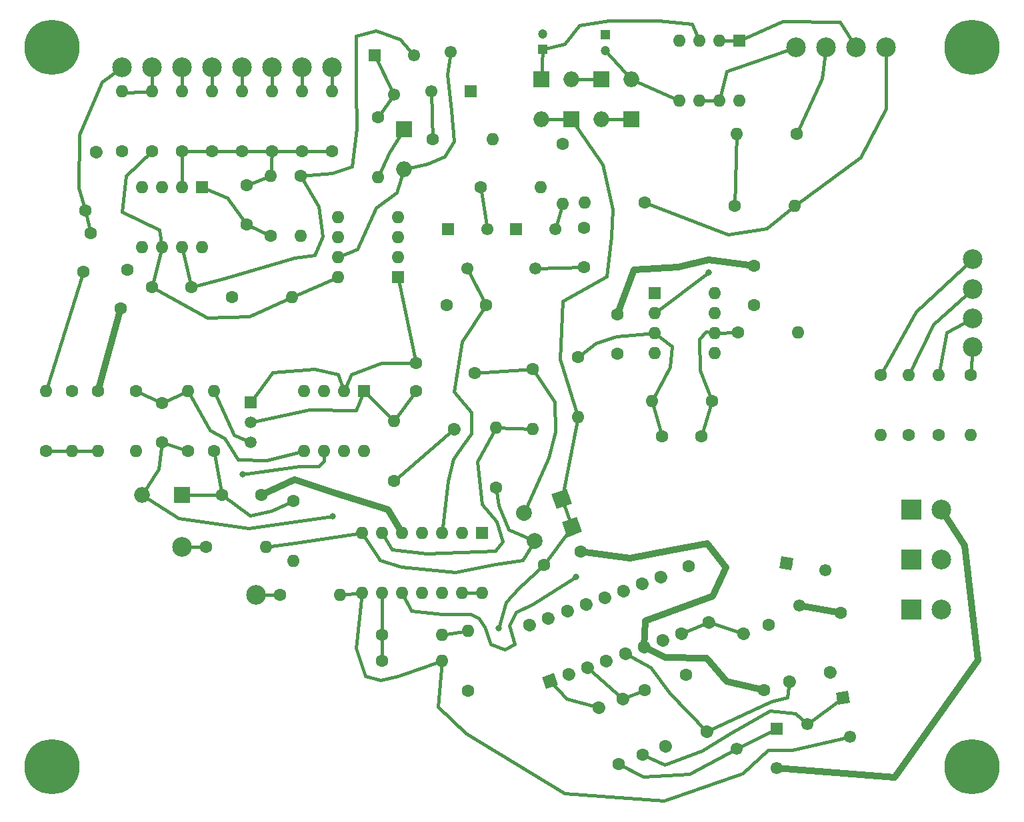
<source format=gbr>
G04 #@! TF.GenerationSoftware,KiCad,Pcbnew,(5.1.2-1)-1*
G04 #@! TF.CreationDate,2021-05-08T13:26:23-04:00*
G04 #@! TF.ProjectId,VCO - MFOS,56434f20-2d20-44d4-964f-532e6b696361,rev?*
G04 #@! TF.SameCoordinates,Original*
G04 #@! TF.FileFunction,Copper,L2,Bot*
G04 #@! TF.FilePolarity,Positive*
%FSLAX46Y46*%
G04 Gerber Fmt 4.6, Leading zero omitted, Abs format (unit mm)*
G04 Created by KiCad (PCBNEW (5.1.2-1)-1) date 2021-05-08 13:26:23*
%MOMM*%
%LPD*%
G04 APERTURE LIST*
%ADD10O,1.600000X1.600000*%
%ADD11R,1.600000X1.600000*%
%ADD12C,1.550000*%
%ADD13C,0.100000*%
%ADD14R,1.550000X1.550000*%
%ADD15C,7.000000*%
%ADD16R,1.200000X1.200000*%
%ADD17C,1.200000*%
%ADD18C,2.499360*%
%ADD19R,2.499360X2.499360*%
%ADD20C,1.600000*%
%ADD21C,1.600000*%
%ADD22R,2.000000X2.000000*%
%ADD23O,2.000000X2.000000*%
%ADD24C,1.500000*%
%ADD25R,1.500000X1.500000*%
%ADD26C,2.000000*%
%ADD27C,2.000000*%
%ADD28C,0.800000*%
%ADD29C,0.406400*%
%ADD30C,0.812800*%
G04 APERTURE END LIST*
D10*
X57404000Y-69088000D03*
X49784000Y-61468000D03*
X54864000Y-69088000D03*
X52324000Y-61468000D03*
X52324000Y-69088000D03*
X54864000Y-61468000D03*
X49784000Y-69088000D03*
D11*
X57404000Y-61468000D03*
D12*
X113747082Y-103787260D03*
X118237000Y-100457000D03*
D13*
G36*
X117339197Y-99828351D02*
G01*
X118865649Y-99559197D01*
X119134803Y-101085649D01*
X117608351Y-101354803D01*
X117339197Y-99828351D01*
X117339197Y-99828351D01*
G37*
D12*
X119105241Y-105381039D03*
X104778800Y-106894000D03*
D14*
X109778800Y-104394000D03*
D12*
X109778800Y-109394000D03*
D15*
X134620000Y-17780000D03*
D16*
X80137000Y-18034000D03*
D17*
X80137000Y-16034000D03*
X88074500Y-18129000D03*
D16*
X88074500Y-16129000D03*
D18*
X41910000Y-20320000D03*
X45720000Y-20320000D03*
X53340000Y-20320000D03*
X30480000Y-20320000D03*
X26670000Y-20320000D03*
X34290000Y-81280000D03*
X43688000Y-87376000D03*
X123698000Y-17716500D03*
X34290000Y-20320000D03*
X134683500Y-55880000D03*
X134683500Y-44704000D03*
X134683500Y-48514000D03*
X134683500Y-52197000D03*
X119888000Y-17716500D03*
X112268000Y-17716500D03*
X116078000Y-17716500D03*
D19*
X126936500Y-82867500D03*
D18*
X130746500Y-82867500D03*
X130746500Y-76517500D03*
D19*
X126936500Y-76517500D03*
X126936500Y-89217500D03*
D18*
X130746500Y-89217500D03*
D20*
X123063000Y-59436000D03*
D10*
X123063000Y-67056000D03*
X134493000Y-67056000D03*
D20*
X134493000Y-59436000D03*
X126555500Y-67056000D03*
D10*
X126555500Y-59436000D03*
X130365500Y-59436000D03*
D20*
X130365500Y-67056000D03*
X48450500Y-75438000D03*
D10*
X48450500Y-83058000D03*
D20*
X116583601Y-97166235D03*
D21*
X116583601Y-97166235D02*
X116583601Y-97166235D01*
D20*
X117906800Y-89662000D03*
X95697193Y-106601458D03*
D21*
X95697193Y-106601458D02*
X95697193Y-106601458D01*
D20*
X93091000Y-99441000D03*
D10*
X44958000Y-81280000D03*
D20*
X37338000Y-81280000D03*
X92837000Y-107696000D03*
X90230807Y-100535542D03*
D21*
X90230807Y-100535542D02*
X90230807Y-100535542D01*
D20*
X59690000Y-92456000D03*
D10*
X67310000Y-92456000D03*
D20*
X89789000Y-108839000D03*
X87182807Y-101678542D03*
D21*
X87182807Y-101678542D02*
X87182807Y-101678542D01*
D20*
X46736000Y-87376000D03*
D10*
X54356000Y-87376000D03*
D20*
X98298000Y-97536000D03*
X100904193Y-104696458D03*
D21*
X100904193Y-104696458D02*
X100904193Y-104696458D01*
D20*
X98615500Y-83693000D03*
X101221693Y-90853458D03*
D21*
X101221693Y-90853458D02*
X101221693Y-90853458D01*
D10*
X84582000Y-64770000D03*
D20*
X84582000Y-57150000D03*
X104457500Y-37909500D03*
D10*
X112077500Y-37909500D03*
D20*
X101637359Y-62707520D03*
D10*
X94017359Y-62707520D03*
D20*
X112331500Y-28765500D03*
D10*
X104711500Y-28765500D03*
D20*
X104902000Y-53975000D03*
D10*
X112522000Y-53975000D03*
D20*
X44370000Y-74676000D03*
X39370000Y-74676000D03*
D11*
X105092500Y-16891000D03*
D10*
X97472500Y-24511000D03*
X102552500Y-16891000D03*
X100012500Y-24511000D03*
X100012500Y-16891000D03*
X102552500Y-24511000D03*
X97472500Y-16891000D03*
X105092500Y-24511000D03*
D20*
X95287360Y-67152522D03*
X100287360Y-67152522D03*
D22*
X34290000Y-74676000D03*
D23*
X29210000Y-74676000D03*
D22*
X83756501Y-26924000D03*
D23*
X83756501Y-21844000D03*
X79946500Y-26924000D03*
D22*
X79946500Y-21844000D03*
D23*
X87566502Y-26924001D03*
D22*
X87566502Y-21844001D03*
X91376500Y-26924000D03*
D23*
X91376500Y-21844000D03*
D20*
X89598500Y-56705500D03*
X89598500Y-51705500D03*
D24*
X43027600Y-65455800D03*
X43027600Y-67995800D03*
D25*
X43027600Y-62915800D03*
D20*
X27385841Y-46002961D03*
X26517600Y-50927000D03*
D12*
X112667978Y-88695559D03*
X111074200Y-83337400D03*
D13*
G36*
X110176397Y-83966049D02*
G01*
X110445551Y-82439597D01*
X111972003Y-82708751D01*
X111702849Y-84235203D01*
X110176397Y-83966049D01*
X110176397Y-83966049D01*
G37*
D12*
X115998239Y-84205641D03*
X79208000Y-45894000D03*
D14*
X76708000Y-40894000D03*
D12*
X81708000Y-40894000D03*
X70572000Y-45894000D03*
D14*
X68072000Y-40894000D03*
D12*
X73072000Y-40894000D03*
X61237500Y-23732500D03*
D14*
X58737500Y-18732500D03*
D12*
X63737500Y-18732500D03*
X68429500Y-18304500D03*
D14*
X70929500Y-23304500D03*
D12*
X65929500Y-23304500D03*
D20*
X30480000Y-30988000D03*
D10*
X30480000Y-23368000D03*
D15*
X134620000Y-109220000D03*
X17780000Y-109220000D03*
X17780000Y-17780000D03*
D18*
X49530000Y-20320000D03*
X38100000Y-20320000D03*
D10*
X54102000Y-46990000D03*
X61722000Y-39370000D03*
X54102000Y-44450000D03*
X61722000Y-41910000D03*
X54102000Y-41910000D03*
X61722000Y-44450000D03*
X54102000Y-39370000D03*
D11*
X61722000Y-46990000D03*
D20*
X38100000Y-30988000D03*
D10*
X38100000Y-23368000D03*
X34290000Y-23368000D03*
D20*
X34290000Y-30988000D03*
X41910000Y-30988000D03*
D10*
X41910000Y-23368000D03*
X45720000Y-23368000D03*
D20*
X45720000Y-30988000D03*
X49530000Y-30988000D03*
D10*
X49530000Y-23368000D03*
X53340000Y-23368000D03*
D20*
X53340000Y-30988000D03*
X45516800Y-41706800D03*
D10*
X45516800Y-34086800D03*
X73723500Y-29400500D03*
D20*
X66103500Y-29400500D03*
D10*
X26670000Y-23368000D03*
D20*
X26670000Y-30988000D03*
D10*
X59182000Y-34290000D03*
D20*
X59182000Y-26670000D03*
D10*
X49326800Y-41706800D03*
D20*
X49326800Y-34086800D03*
D10*
X48260000Y-49530000D03*
D20*
X40640000Y-49530000D03*
D10*
X38354000Y-61468000D03*
D20*
X38354000Y-69088000D03*
X22047200Y-38531800D03*
X23370399Y-31027565D03*
D21*
X23370399Y-31027565D02*
X23370399Y-31027565D01*
D10*
X28448000Y-69088000D03*
D20*
X28448000Y-61468000D03*
X17018000Y-69088000D03*
D10*
X17018000Y-61468000D03*
X23622000Y-69088000D03*
D20*
X23622000Y-61468000D03*
X20320000Y-61468000D03*
D10*
X20320000Y-69088000D03*
X35052000Y-61468000D03*
D20*
X35052000Y-69088000D03*
X61214000Y-72898000D03*
D10*
X61214000Y-65278000D03*
D20*
X72199500Y-35496500D03*
D10*
X79819500Y-35496500D03*
D20*
X68831307Y-66278958D03*
D21*
X68831307Y-66278958D02*
X68831307Y-66278958D01*
D20*
X71437500Y-59118500D03*
D10*
X78867000Y-66294000D03*
D20*
X78867000Y-58674000D03*
X74168000Y-73723500D03*
D10*
X74168000Y-66103500D03*
D20*
X82677000Y-30035500D03*
D10*
X82677000Y-37655500D03*
X70612000Y-91948000D03*
D20*
X70612000Y-99568000D03*
D10*
X67310000Y-95758000D03*
D20*
X59690000Y-95758000D03*
X108839000Y-91186000D03*
X111445193Y-98346458D03*
D21*
X111445193Y-98346458D02*
X111445193Y-98346458D01*
D20*
X105597807Y-92280542D03*
D21*
X105597807Y-92280542D02*
X105597807Y-92280542D01*
D20*
X108204000Y-99441000D03*
D10*
X85471000Y-37465000D03*
D20*
X93091000Y-37465000D03*
D11*
X36830000Y-35560000D03*
D10*
X29210000Y-43180000D03*
X34290000Y-35560000D03*
X31750000Y-43180000D03*
X31750000Y-35560000D03*
X34290000Y-43180000D03*
X29210000Y-35560000D03*
X36830000Y-43180000D03*
D11*
X72390000Y-79502000D03*
D10*
X57150000Y-87122000D03*
X69850000Y-79502000D03*
X59690000Y-87122000D03*
X67310000Y-79502000D03*
X62230000Y-87122000D03*
X64770000Y-79502000D03*
X64770000Y-87122000D03*
X62230000Y-79502000D03*
X67310000Y-87122000D03*
X59690000Y-79502000D03*
X69850000Y-87122000D03*
X57150000Y-79502000D03*
X72390000Y-87122000D03*
D20*
X81026000Y-98298000D03*
D13*
G36*
X82051370Y-98776138D02*
G01*
X80547862Y-99323370D01*
X80000630Y-97819862D01*
X81504138Y-97272630D01*
X82051370Y-98776138D01*
X82051370Y-98776138D01*
G37*
D20*
X95127541Y-85056424D03*
D21*
X95127541Y-85056424D02*
X95127541Y-85056424D01*
D20*
X83412819Y-97429269D03*
D21*
X83412819Y-97429269D02*
X83412819Y-97429269D01*
D20*
X92740722Y-85925155D03*
D21*
X92740722Y-85925155D02*
X92740722Y-85925155D01*
D20*
X85799639Y-96560538D03*
D21*
X85799639Y-96560538D02*
X85799639Y-96560538D01*
D20*
X90353903Y-86793886D03*
D21*
X90353903Y-86793886D02*
X90353903Y-86793886D01*
D20*
X88186458Y-95691807D03*
D21*
X88186458Y-95691807D02*
X88186458Y-95691807D01*
D20*
X87967084Y-87662618D03*
D21*
X87967084Y-87662618D02*
X87967084Y-87662618D01*
D20*
X90573277Y-94823075D03*
D21*
X90573277Y-94823075D02*
X90573277Y-94823075D01*
D20*
X85580264Y-88531349D03*
D21*
X85580264Y-88531349D02*
X85580264Y-88531349D01*
D20*
X92960096Y-93954344D03*
D21*
X92960096Y-93954344D02*
X92960096Y-93954344D01*
D20*
X83193445Y-89400080D03*
D21*
X83193445Y-89400080D02*
X83193445Y-89400080D01*
D20*
X95346916Y-93085613D03*
D21*
X95346916Y-93085613D02*
X95346916Y-93085613D01*
D20*
X80806626Y-90268811D03*
D21*
X80806626Y-90268811D02*
X80806626Y-90268811D01*
D20*
X97733735Y-92216882D03*
D21*
X97733735Y-92216882D02*
X97733735Y-92216882D01*
D20*
X78419807Y-91137542D03*
D21*
X78419807Y-91137542D02*
X78419807Y-91137542D01*
D11*
X94361000Y-48958500D03*
D10*
X101981000Y-56578500D03*
X94361000Y-51498500D03*
X101981000Y-54038500D03*
X94361000Y-54038500D03*
X101981000Y-51498500D03*
X94361000Y-56578500D03*
X101981000Y-48958500D03*
D20*
X42468800Y-40306000D03*
X42468800Y-35306000D03*
X30480000Y-48260000D03*
X35480000Y-48260000D03*
X64008000Y-57912000D03*
X64008000Y-61412000D03*
X22656800Y-41351200D03*
X21788559Y-46275239D03*
X31750000Y-67992000D03*
X31750000Y-62992000D03*
X80264000Y-83566000D03*
X84962463Y-81855899D03*
D23*
X62484000Y-33274000D03*
D22*
X62484000Y-28194000D03*
D26*
X82519734Y-75161752D03*
D13*
G36*
X83117406Y-73880039D02*
G01*
X83801447Y-75759424D01*
X81922062Y-76443465D01*
X81238021Y-74564080D01*
X83117406Y-73880039D01*
X83117406Y-73880039D01*
G37*
D26*
X77746095Y-76899214D03*
D27*
X77746095Y-76899214D02*
X77746095Y-76899214D01*
D26*
X79049192Y-80479443D03*
D27*
X79049192Y-80479443D02*
X79049192Y-80479443D01*
D26*
X83822831Y-78741981D03*
D13*
G36*
X84420503Y-77460268D02*
G01*
X85104544Y-79339653D01*
X83225159Y-80023694D01*
X82541118Y-78144309D01*
X84420503Y-77460268D01*
X84420503Y-77460268D01*
G37*
D20*
X72898000Y-50546000D03*
X67898000Y-50546000D03*
X85344000Y-45720000D03*
X85344000Y-40720000D03*
X106934000Y-45482500D03*
X106934000Y-50482500D03*
D28*
X53390800Y-77393800D03*
X84353400Y-85064600D03*
X74498200Y-91567000D03*
X41960800Y-71983600D03*
X101193600Y-46329600D03*
D29*
X42468800Y-40306000D02*
X45516800Y-41706800D01*
X42468800Y-40306000D02*
X40055800Y-36906200D01*
X40055800Y-36906200D02*
X36830000Y-35560000D01*
X41910000Y-30988000D02*
X45720000Y-30988000D01*
X45720000Y-30988000D02*
X49530000Y-30988000D01*
X53340000Y-30988000D02*
X49530000Y-30988000D01*
X34290000Y-30988000D02*
X38100000Y-30988000D01*
X41910000Y-30988000D02*
X38100000Y-30988000D01*
X34290000Y-30988000D02*
X34290000Y-35560000D01*
X42468800Y-35306000D02*
X45516800Y-34086800D01*
X45720000Y-30988000D02*
X45516800Y-34086800D01*
X31750000Y-43180000D02*
X30480000Y-48260000D01*
X30480000Y-30988000D02*
X27203400Y-34086800D01*
X27203400Y-34086800D02*
X26670000Y-38633400D01*
X26670000Y-38633400D02*
X31445200Y-40944800D01*
X31445200Y-40944800D02*
X31750000Y-43180000D01*
X48260000Y-49530000D02*
X42824400Y-51993800D01*
X42824400Y-51993800D02*
X37515800Y-52120800D01*
X37515800Y-52120800D02*
X30480000Y-48260000D01*
X48260000Y-49530000D02*
X54102000Y-46990000D01*
X35480000Y-48260000D02*
X34290000Y-43180000D01*
X35480000Y-48260000D02*
X39598600Y-47167800D01*
X39598600Y-47167800D02*
X48564800Y-44526200D01*
X48564800Y-44526200D02*
X51155600Y-44145200D01*
X51155600Y-44145200D02*
X52171600Y-41808400D01*
X52171600Y-41808400D02*
X51689000Y-37973000D01*
X51689000Y-37973000D02*
X49326800Y-34086800D01*
X63737500Y-18732500D02*
X62001400Y-16738600D01*
X62001400Y-16738600D02*
X58902600Y-15621000D01*
X58902600Y-15621000D02*
X56388000Y-16306800D01*
X56388000Y-16306800D02*
X56388000Y-22910800D01*
X56388000Y-22910800D02*
X56489600Y-28067000D01*
X56489600Y-28067000D02*
X55880000Y-32867600D01*
X55880000Y-32867600D02*
X53340000Y-33782000D01*
X53340000Y-33782000D02*
X49326800Y-34086800D01*
X61214000Y-65278000D02*
X57404000Y-61468000D01*
X61214000Y-65278000D02*
X64008000Y-61412000D01*
X43027600Y-65455800D02*
X50444400Y-63804800D01*
X50444400Y-63804800D02*
X56362600Y-63881000D01*
X56362600Y-63881000D02*
X57404000Y-61468000D01*
X64008000Y-57912000D02*
X61722000Y-46990000D01*
X64008000Y-57912000D02*
X59588400Y-57912000D01*
X59588400Y-57912000D02*
X55829200Y-59334400D01*
X55829200Y-59334400D02*
X54864000Y-61468000D01*
X54864000Y-61468000D02*
X54102000Y-59334400D01*
X54102000Y-59334400D02*
X51155600Y-58648600D01*
X51155600Y-58648600D02*
X45796200Y-59055000D01*
X45796200Y-59055000D02*
X43027600Y-62915800D01*
X26670000Y-20320000D02*
X24155400Y-22148800D01*
X24155400Y-22148800D02*
X21285200Y-28803600D01*
X21285200Y-28803600D02*
X21132800Y-35610800D01*
X22047200Y-38531800D02*
X21132800Y-35610800D01*
X22047200Y-38531800D02*
X22656800Y-41351200D01*
X17018000Y-61468000D02*
X21788559Y-46275239D01*
X39370000Y-74676000D02*
X38354000Y-69088000D01*
X39370000Y-74676000D02*
X34290000Y-74676000D01*
X48450500Y-75438000D02*
X45643800Y-76682600D01*
X45643800Y-76682600D02*
X42926000Y-77266800D01*
X42926000Y-77266800D02*
X39370000Y-74676000D01*
D30*
X106934000Y-45482500D02*
X101168200Y-44780200D01*
X101168200Y-44780200D02*
X97256600Y-45694600D01*
X97256600Y-45694600D02*
X91668600Y-46024800D01*
X91668600Y-46024800D02*
X89598500Y-51705500D01*
X62230000Y-79502000D02*
X60426600Y-76479400D01*
X60426600Y-76479400D02*
X53670200Y-74396600D01*
X53670200Y-74396600D02*
X48615600Y-72669400D01*
X48615600Y-72669400D02*
X44370000Y-74676000D01*
D29*
X28448000Y-61468000D02*
X31750000Y-62992000D01*
X31750000Y-62992000D02*
X35052000Y-61468000D01*
X49784000Y-69088000D02*
X45085000Y-70205600D01*
X45085000Y-70205600D02*
X41376600Y-70129400D01*
X41376600Y-70129400D02*
X39751000Y-67411600D01*
X39751000Y-67411600D02*
X37871400Y-66446400D01*
X37871400Y-66446400D02*
X35052000Y-61468000D01*
X35052000Y-69088000D02*
X31750000Y-67992000D01*
X29210000Y-74676000D02*
X31369000Y-71374000D01*
X31369000Y-71374000D02*
X31750000Y-67992000D01*
X53390800Y-77393800D02*
X42799000Y-78867000D01*
X42799000Y-78867000D02*
X33883600Y-77647800D01*
X33883600Y-77647800D02*
X29210000Y-74676000D01*
D30*
X23622000Y-61468000D02*
X26517600Y-50927000D01*
X109778800Y-109394000D02*
X124841000Y-110566200D01*
X124841000Y-110566200D02*
X135407400Y-95656400D01*
X135407400Y-95656400D02*
X133731000Y-81076800D01*
X133731000Y-81076800D02*
X130746500Y-76517500D01*
X108204000Y-99441000D02*
X103428800Y-98374200D01*
X103428800Y-98374200D02*
X100888800Y-95427800D01*
X100888800Y-95427800D02*
X95681800Y-95300800D01*
X95681800Y-95300800D02*
X92960096Y-93954344D01*
X84962463Y-81855899D02*
X91186000Y-82651600D01*
X91186000Y-82651600D02*
X96469200Y-81661000D01*
X96469200Y-81661000D02*
X101015800Y-80848200D01*
X101015800Y-80848200D02*
X103378000Y-83870800D01*
X103378000Y-83870800D02*
X101650800Y-87477600D01*
X101650800Y-87477600D02*
X93167200Y-90627200D01*
X93167200Y-90627200D02*
X92960096Y-93954344D01*
D29*
X70572000Y-45894000D02*
X72898000Y-50546000D01*
X72898000Y-50546000D02*
X69875400Y-55168800D01*
X69875400Y-55168800D02*
X68859400Y-61518800D01*
X68859400Y-61518800D02*
X71069200Y-64109600D01*
X71069200Y-64109600D02*
X71043800Y-66852800D01*
X71043800Y-66852800D02*
X70104000Y-68122800D01*
X70104000Y-68122800D02*
X68732400Y-70053200D01*
X68732400Y-70053200D02*
X68046600Y-72847200D01*
X68046600Y-72847200D02*
X67310000Y-79502000D01*
X85344000Y-45720000D02*
X79208000Y-45894000D01*
X62230000Y-87122000D02*
X63423800Y-89382600D01*
X78867000Y-88519000D02*
X84353400Y-85064600D01*
X84353400Y-85064600D02*
X84353400Y-85064600D01*
X78867000Y-88519000D02*
X76682600Y-89509600D01*
X76682600Y-89509600D02*
X75895200Y-91211400D01*
X75895200Y-91211400D02*
X76530200Y-93599000D01*
X76530200Y-93599000D02*
X75285600Y-94310200D01*
X75285600Y-94310200D02*
X73456800Y-93599000D01*
X73456800Y-93599000D02*
X72771000Y-91414600D01*
X72771000Y-91414600D02*
X72009000Y-90347800D01*
X72009000Y-90347800D02*
X70942200Y-89763600D01*
X70942200Y-89763600D02*
X67301773Y-89797227D01*
X67301773Y-89797227D02*
X67462400Y-89814400D01*
X63423800Y-89382600D02*
X67301773Y-89797227D01*
X67310000Y-92456000D02*
X70612000Y-91948000D01*
X83822831Y-78741981D02*
X82519734Y-75161752D01*
X80264000Y-83566000D02*
X83822831Y-78741981D01*
X82519734Y-75161752D02*
X84582000Y-64770000D01*
X79946500Y-26924000D02*
X83756501Y-26924000D01*
X74498200Y-91567000D02*
X75463400Y-88290400D01*
X75463400Y-88290400D02*
X77012800Y-86537800D01*
X77012800Y-86537800D02*
X80264000Y-83566000D01*
X84582000Y-64770000D02*
X82270600Y-57353200D01*
X82270600Y-57353200D02*
X82677000Y-50038000D01*
X82677000Y-50038000D02*
X88265000Y-46888400D01*
X88265000Y-46888400D02*
X88823800Y-41783000D01*
X88823800Y-41783000D02*
X89001600Y-38303200D01*
X89001600Y-38303200D02*
X87680800Y-32689800D01*
X87680800Y-32689800D02*
X83756501Y-26924000D01*
X100012500Y-16891000D02*
X99085400Y-14808200D01*
X99085400Y-14808200D02*
X94792800Y-14376400D01*
X94792800Y-14376400D02*
X88519000Y-14376400D01*
X88519000Y-14376400D02*
X84734400Y-14986000D01*
X84734400Y-14986000D02*
X82931000Y-17348200D01*
X82931000Y-17348200D02*
X80137000Y-18034000D01*
X80137000Y-18034000D02*
X79946500Y-21844000D01*
X97472500Y-24511000D02*
X91376500Y-21844000D01*
X91376500Y-21844000D02*
X88074500Y-18129000D01*
X101637359Y-62707520D02*
X100076000Y-58826400D01*
X100868770Y-53918830D02*
X101981000Y-54038500D01*
X99995125Y-54843275D02*
X100868770Y-53918830D01*
X100076000Y-58826400D02*
X99995125Y-54843275D01*
X100287360Y-67152522D02*
X101637359Y-62707520D01*
X101981000Y-54038500D02*
X104902000Y-53975000D01*
X94017359Y-62707520D02*
X96266000Y-58394600D01*
X96266000Y-58394600D02*
X96520000Y-55753000D01*
X96520000Y-55753000D02*
X94361000Y-54038500D01*
X95287360Y-67152522D02*
X94017359Y-62707520D01*
X94361000Y-54038500D02*
X89535000Y-54508400D01*
X89535000Y-54508400D02*
X86868000Y-55321200D01*
X86868000Y-55321200D02*
X84582000Y-57150000D01*
X59182000Y-34290000D02*
X60655200Y-31140400D01*
X60655200Y-31140400D02*
X62484000Y-28194000D01*
X62484000Y-33274000D02*
X65430400Y-32588200D01*
X65430400Y-32588200D02*
X67665600Y-31623000D01*
X67665600Y-31623000D02*
X68834000Y-29692600D01*
X68834000Y-29692600D02*
X68478400Y-25755600D01*
X68478400Y-25755600D02*
X68021200Y-21234400D01*
X68021200Y-21234400D02*
X68429500Y-18304500D01*
X62484000Y-33274000D02*
X61569600Y-36195000D01*
X61569600Y-36195000D02*
X58928000Y-38125400D01*
X58928000Y-38125400D02*
X56565800Y-43434000D01*
X56565800Y-43434000D02*
X54102000Y-44450000D01*
X71437500Y-59118500D02*
X78867000Y-58674000D01*
X77746095Y-76899214D02*
X80848200Y-69900800D01*
X80848200Y-69900800D02*
X81737200Y-66624200D01*
X81737200Y-66624200D02*
X81635600Y-62788800D01*
X81635600Y-62788800D02*
X78867000Y-58674000D01*
X79049192Y-80479443D02*
X75819000Y-79019400D01*
X75819000Y-79019400D02*
X74549000Y-75971400D01*
X74549000Y-75971400D02*
X74168000Y-73723500D01*
X57150000Y-79502000D02*
X48691800Y-80772000D01*
X48691800Y-80772000D02*
X44958000Y-81280000D01*
X57150000Y-79502000D02*
X59461400Y-82931000D01*
X59461400Y-82931000D02*
X62179200Y-83769200D01*
X62179200Y-83769200D02*
X69037200Y-84505800D01*
X69037200Y-84505800D02*
X74066400Y-83439000D01*
X74066400Y-83439000D02*
X77597000Y-82931000D01*
X77597000Y-82931000D02*
X79049192Y-80479443D01*
X87566502Y-21844001D02*
X83756501Y-21844000D01*
X91376500Y-26924000D02*
X87566502Y-26924001D01*
X66103500Y-29400500D02*
X65929500Y-23304500D01*
X58737500Y-18732500D02*
X61237500Y-23732500D01*
X59182000Y-26670000D02*
X61237500Y-23732500D01*
X17018000Y-69088000D02*
X20320000Y-69088000D01*
X23622000Y-69088000D02*
X20320000Y-69088000D01*
X41960800Y-71983600D02*
X49174400Y-70993000D01*
X51626008Y-71031608D02*
X52372397Y-70330197D01*
X52372397Y-70330197D02*
X52324000Y-69088000D01*
X49174400Y-70993000D02*
X51626008Y-71031608D01*
X68831307Y-66278958D02*
X61214000Y-72898000D01*
X73072000Y-40894000D02*
X72199500Y-35496500D01*
X78867000Y-66294000D02*
X74168000Y-66103500D01*
X59690000Y-79502000D02*
X60960000Y-81559400D01*
X60960000Y-81559400D02*
X65354200Y-82118200D01*
X65354200Y-82118200D02*
X74066400Y-81788000D01*
X74066400Y-81788000D02*
X75057000Y-80568800D01*
X75057000Y-80568800D02*
X74218800Y-78003400D01*
X74218800Y-78003400D02*
X72415400Y-75793600D01*
X72415400Y-75793600D02*
X71780400Y-70408800D01*
X71780400Y-70408800D02*
X74168000Y-66103500D01*
X90230807Y-100535542D02*
X93091000Y-99441000D01*
X90230807Y-100535542D02*
X85799639Y-96560538D01*
D30*
X117906800Y-89662000D02*
X112667978Y-88695559D01*
D29*
X113747082Y-103787260D02*
X118237000Y-100457000D01*
X92837000Y-107696000D02*
X95605600Y-108940600D01*
X95605600Y-108940600D02*
X100330000Y-107188000D01*
X100330000Y-107188000D02*
X104063800Y-104876600D01*
X104063800Y-104876600D02*
X108940600Y-102057200D01*
X108940600Y-102057200D02*
X112217200Y-102387400D01*
X112217200Y-102387400D02*
X113747082Y-103787260D01*
X82677000Y-37655500D02*
X81708000Y-40894000D01*
X59690000Y-92456000D02*
X59690000Y-95758000D01*
X59690000Y-92456000D02*
X59690000Y-87122000D01*
X104778800Y-106894000D02*
X109778800Y-104394000D01*
X104778800Y-106894000D02*
X98755200Y-110083600D01*
X98755200Y-110083600D02*
X92913200Y-110439200D01*
X92913200Y-110439200D02*
X89789000Y-108839000D01*
X87182807Y-101678542D02*
X83185000Y-100584000D01*
X83185000Y-100584000D02*
X81026000Y-98298000D01*
X54356000Y-87376000D02*
X57150000Y-87122000D01*
X67310000Y-95758000D02*
X61722000Y-97637600D01*
X61722000Y-97637600D02*
X59563000Y-98221800D01*
X59563000Y-98221800D02*
X57607200Y-97663000D01*
X57607200Y-97663000D02*
X56413400Y-94081600D01*
X56413400Y-94081600D02*
X57150000Y-87122000D01*
X119105241Y-105381039D02*
X111734600Y-107111800D01*
X111734600Y-107111800D02*
X108686600Y-107035600D01*
X108686600Y-107035600D02*
X105460800Y-110058200D01*
X105460800Y-110058200D02*
X95529400Y-113521790D01*
X95529400Y-113521790D02*
X82905600Y-112598200D01*
X82905600Y-112598200D02*
X70358000Y-104927400D01*
X70358000Y-104927400D02*
X66776600Y-101549200D01*
X66776600Y-101549200D02*
X67310000Y-95758000D01*
X100904193Y-104696458D02*
X109169200Y-100914200D01*
X109169200Y-100914200D02*
X111175800Y-100355400D01*
X111175800Y-100355400D02*
X111445193Y-98346458D01*
X100904193Y-104696458D02*
X96266000Y-99898200D01*
X96266000Y-99898200D02*
X93853000Y-96570800D01*
X93853000Y-96570800D02*
X90573277Y-94823075D01*
X97733735Y-92216882D02*
X101221693Y-90853458D01*
X105597807Y-92280542D02*
X101221693Y-90853458D01*
X104457500Y-37909500D02*
X104711500Y-28765500D01*
X94361000Y-51498500D02*
X101193600Y-46329600D01*
X101193600Y-46329600D02*
X101193600Y-46329600D01*
X72390000Y-87122000D02*
X69850000Y-87122000D01*
X41910000Y-20320000D02*
X41910000Y-23368000D01*
X45720000Y-20320000D02*
X45720000Y-23368000D01*
X49530000Y-20320000D02*
X49530000Y-23368000D01*
X53340000Y-20320000D02*
X53340000Y-23368000D01*
X34290000Y-81280000D02*
X37338000Y-81280000D01*
X46736000Y-87376000D02*
X43688000Y-87376000D01*
X30480000Y-20320000D02*
X30480000Y-23368000D01*
X27457400Y-23520400D02*
X30480000Y-23368000D01*
X112077500Y-37909500D02*
X120446800Y-31750000D01*
X120446800Y-31750000D02*
X123723400Y-25552400D01*
X123723400Y-25552400D02*
X123698000Y-17716500D01*
X93091000Y-37465000D02*
X103632000Y-41503600D01*
X103632000Y-41503600D02*
X108559600Y-40792400D01*
X108559600Y-40792400D02*
X112077500Y-37909500D01*
X34290000Y-23368000D02*
X34290000Y-20320000D01*
X38100000Y-20320000D02*
X38100000Y-23368000D01*
X134683500Y-55880000D02*
X134493000Y-59436000D01*
X134683500Y-44704000D02*
X127533400Y-51384200D01*
X127533400Y-51384200D02*
X123063000Y-59436000D01*
X134683500Y-48514000D02*
X129743200Y-52959000D01*
X129743200Y-52959000D02*
X126555500Y-59436000D01*
X134683500Y-52197000D02*
X131394200Y-54000400D01*
X131394200Y-54000400D02*
X130365500Y-59436000D01*
X102552500Y-16891000D02*
X105092500Y-16891000D01*
X119888000Y-17716500D02*
X117881400Y-14554200D01*
X117881400Y-14554200D02*
X110566200Y-14452600D01*
X110566200Y-14452600D02*
X105092500Y-16891000D01*
X102552500Y-24511000D02*
X100012500Y-24511000D01*
X102552500Y-24511000D02*
X103428800Y-20828000D01*
X103428800Y-20828000D02*
X112268000Y-17716500D01*
X112331500Y-28765500D02*
X115595400Y-21717000D01*
X115595400Y-21717000D02*
X116078000Y-17716500D01*
X38354000Y-61468000D02*
X40868600Y-67030600D01*
X40868600Y-67030600D02*
X43027600Y-67995800D01*
M02*

</source>
